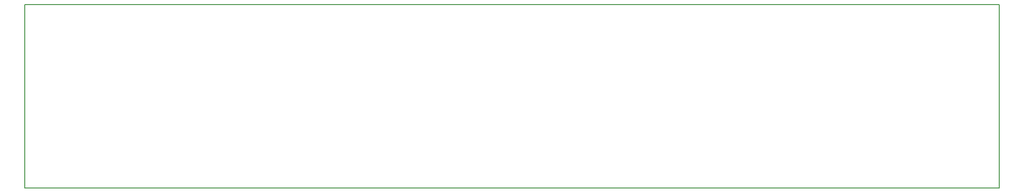
<source format=gbo>
G04 #@! TF.GenerationSoftware,KiCad,Pcbnew,(6.0.1)*
G04 #@! TF.CreationDate,2022-07-08T14:04:56+02:00*
G04 #@! TF.ProjectId,Distrib,44697374-7269-4622-9e6b-696361645f70,rev?*
G04 #@! TF.SameCoordinates,Original*
G04 #@! TF.FileFunction,Legend,Bot*
G04 #@! TF.FilePolarity,Positive*
%FSLAX46Y46*%
G04 Gerber Fmt 4.6, Leading zero omitted, Abs format (unit mm)*
G04 Created by KiCad (PCBNEW (6.0.1)) date 2022-07-08 14:04:56*
%MOMM*%
%LPD*%
G01*
G04 APERTURE LIST*
G04 #@! TA.AperFunction,Profile*
%ADD10C,0.150000*%
G04 #@! TD*
%ADD11C,3.000000*%
%ADD12R,3.000000X3.000000*%
%ADD13R,1.600000X1.600000*%
%ADD14C,1.600000*%
%ADD15C,1.800000*%
%ADD16R,1.800000X1.800000*%
%ADD17R,1.700000X1.700000*%
%ADD18O,1.700000X1.700000*%
%ADD19O,1.600000X1.600000*%
%ADD20C,2.000000*%
G04 APERTURE END LIST*
D10*
X231000000Y-54000000D02*
X51000000Y-54000000D01*
X231000000Y-54000000D02*
X231000000Y-88000000D01*
X51000000Y-88000000D02*
X231000000Y-88000000D01*
X51000000Y-54000000D02*
X51000000Y-88000000D01*
%LPC*%
D11*
X145580000Y-60000000D03*
X140500000Y-60000000D03*
D12*
X135420000Y-60000000D03*
D13*
X133455113Y-81000000D03*
D14*
X131455113Y-81000000D03*
D13*
X147544888Y-81500000D03*
D14*
X149544888Y-81500000D03*
D15*
X113540000Y-59000000D03*
D16*
X111000000Y-59000000D03*
D17*
X181000000Y-76000000D03*
D18*
X178460000Y-76000000D03*
X181000000Y-73460000D03*
X178460000Y-73460000D03*
X181000000Y-70920000D03*
X178460000Y-70920000D03*
X181000000Y-68380000D03*
X178460000Y-68380000D03*
X181000000Y-65840000D03*
X178460000Y-65840000D03*
D17*
X203000000Y-76000000D03*
D18*
X200460000Y-76000000D03*
X203000000Y-73460000D03*
X200460000Y-73460000D03*
X203000000Y-70920000D03*
X200460000Y-70920000D03*
X203000000Y-68380000D03*
X200460000Y-68380000D03*
X203000000Y-65840000D03*
X200460000Y-65840000D03*
D17*
X125500000Y-76000000D03*
D18*
X122960000Y-76000000D03*
X125500000Y-73460000D03*
X122960000Y-73460000D03*
X125500000Y-70920000D03*
X122960000Y-70920000D03*
X125500000Y-68380000D03*
X122960000Y-68380000D03*
X125500000Y-65840000D03*
X122960000Y-65840000D03*
D17*
X159000000Y-76000000D03*
D18*
X156460000Y-76000000D03*
X159000000Y-73460000D03*
X156460000Y-73460000D03*
X159000000Y-70920000D03*
X156460000Y-70920000D03*
X159000000Y-68380000D03*
X156460000Y-68380000D03*
X159000000Y-65840000D03*
X156460000Y-65840000D03*
D17*
X103500000Y-76000000D03*
D18*
X100960000Y-76000000D03*
X103500000Y-73460000D03*
X100960000Y-73460000D03*
X103500000Y-70920000D03*
X100960000Y-70920000D03*
X103500000Y-68380000D03*
X100960000Y-68380000D03*
X103500000Y-65840000D03*
X100960000Y-65840000D03*
D17*
X225000000Y-76000000D03*
D18*
X222460000Y-76000000D03*
X225000000Y-73460000D03*
X222460000Y-73460000D03*
X225000000Y-70920000D03*
X222460000Y-70920000D03*
X225000000Y-68380000D03*
X222460000Y-68380000D03*
X225000000Y-65840000D03*
X222460000Y-65840000D03*
D19*
X130625000Y-59000000D03*
D14*
X117925000Y-59000000D03*
D20*
X140500000Y-70500000D03*
X145500000Y-70500000D03*
D17*
X59500000Y-76000000D03*
D18*
X56960000Y-76000000D03*
X59500000Y-73460000D03*
X56960000Y-73460000D03*
X59500000Y-70920000D03*
X56960000Y-70920000D03*
X59500000Y-68380000D03*
X56960000Y-68380000D03*
X59500000Y-65840000D03*
X56960000Y-65840000D03*
D20*
X135500000Y-70500000D03*
D15*
X154040000Y-59000000D03*
D16*
X151500000Y-59000000D03*
D17*
X81500000Y-76000000D03*
D18*
X78960000Y-76000000D03*
X81500000Y-73460000D03*
X78960000Y-73460000D03*
X81500000Y-70920000D03*
X78960000Y-70920000D03*
X81500000Y-68380000D03*
X78960000Y-68380000D03*
X81500000Y-65840000D03*
X78960000Y-65840000D03*
D19*
X158650000Y-59000000D03*
D14*
X171350000Y-59000000D03*
M02*

</source>
